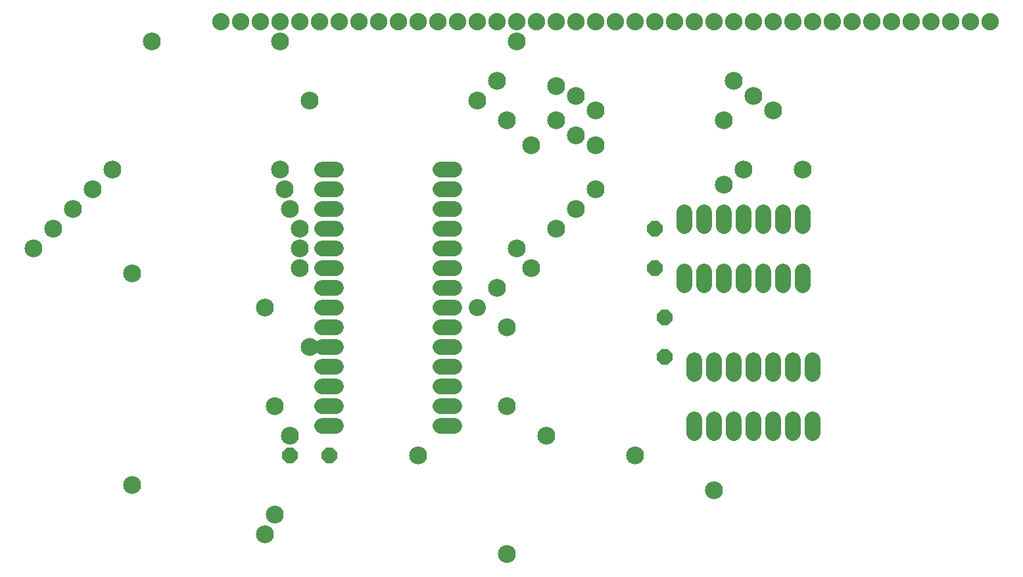
<source format=gbr>
G04 EAGLE Gerber RS-274X export*
G75*
%MOMM*%
%FSLAX34Y34*%
%LPD*%
%INSoldermask Top*%
%IPPOS*%
%AMOC8*
5,1,8,0,0,1.08239X$1,22.5*%
G01*
%ADD10C,2.032000*%
%ADD11C,2.235200*%
%ADD12P,2.199416X8X292.500000*%
%ADD13P,2.199416X8X112.500000*%
%ADD14P,2.199416X8X202.500000*%
%ADD15C,2.303200*%
%ADD16C,2.203200*%


D10*
X561594Y311150D02*
X543306Y311150D01*
X543306Y336550D02*
X561594Y336550D01*
X561594Y361950D02*
X543306Y361950D01*
X543306Y387350D02*
X561594Y387350D01*
X561594Y412750D02*
X543306Y412750D01*
X543306Y438150D02*
X561594Y438150D01*
X561594Y463550D02*
X543306Y463550D01*
X543306Y488950D02*
X561594Y488950D01*
X561594Y514350D02*
X543306Y514350D01*
X543306Y539750D02*
X561594Y539750D01*
X561594Y565150D02*
X543306Y565150D01*
X543306Y590550D02*
X561594Y590550D01*
X561594Y615950D02*
X543306Y615950D01*
X543306Y641350D02*
X561594Y641350D01*
X409194Y641350D02*
X390906Y641350D01*
X390906Y615950D02*
X409194Y615950D01*
X409194Y590550D02*
X390906Y590550D01*
X390906Y565150D02*
X409194Y565150D01*
X409194Y539750D02*
X390906Y539750D01*
X390906Y514350D02*
X409194Y514350D01*
X409194Y488950D02*
X390906Y488950D01*
X390906Y463550D02*
X409194Y463550D01*
X409194Y438150D02*
X390906Y438150D01*
X390906Y412750D02*
X409194Y412750D01*
X409194Y387350D02*
X390906Y387350D01*
X390906Y361950D02*
X409194Y361950D01*
X409194Y336550D02*
X390906Y336550D01*
X390906Y311150D02*
X409194Y311150D01*
X857250Y492506D02*
X857250Y510794D01*
X882650Y510794D02*
X882650Y492506D01*
X1009650Y492506D02*
X1009650Y510794D01*
X1009650Y568706D02*
X1009650Y586994D01*
X908050Y510794D02*
X908050Y492506D01*
X933450Y492506D02*
X933450Y510794D01*
X984250Y510794D02*
X984250Y492506D01*
X958850Y492506D02*
X958850Y510794D01*
X984250Y568706D02*
X984250Y586994D01*
X958850Y586994D02*
X958850Y568706D01*
X933450Y568706D02*
X933450Y586994D01*
X908050Y586994D02*
X908050Y568706D01*
X882650Y568706D02*
X882650Y586994D01*
X857250Y586994D02*
X857250Y568706D01*
X869950Y320294D02*
X869950Y302006D01*
X895350Y302006D02*
X895350Y320294D01*
X1022350Y320294D02*
X1022350Y302006D01*
X1022350Y378206D02*
X1022350Y396494D01*
X920750Y320294D02*
X920750Y302006D01*
X946150Y302006D02*
X946150Y320294D01*
X996950Y320294D02*
X996950Y302006D01*
X971550Y302006D02*
X971550Y320294D01*
X996950Y378206D02*
X996950Y396494D01*
X971550Y396494D02*
X971550Y378206D01*
X946150Y378206D02*
X946150Y396494D01*
X920750Y396494D02*
X920750Y378206D01*
X895350Y378206D02*
X895350Y396494D01*
X869950Y396494D02*
X869950Y378206D01*
D11*
X260350Y831850D03*
X285750Y831850D03*
X311150Y831850D03*
X336550Y831850D03*
X361950Y831850D03*
X387350Y831850D03*
X412750Y831850D03*
X438150Y831850D03*
X463550Y831850D03*
X488950Y831850D03*
X514350Y831850D03*
X539750Y831850D03*
X565150Y831850D03*
X590550Y831850D03*
X615950Y831850D03*
X641350Y831850D03*
X666750Y831850D03*
X692150Y831850D03*
X717550Y831850D03*
X742950Y831850D03*
X768350Y831850D03*
X793750Y831850D03*
X819150Y831850D03*
X844550Y831850D03*
X869950Y831850D03*
X895350Y831850D03*
X920750Y831850D03*
X946150Y831850D03*
X971550Y831850D03*
X996950Y831850D03*
X1022350Y831850D03*
X1047750Y831850D03*
X1073150Y831850D03*
X1098550Y831850D03*
X1123950Y831850D03*
X1149350Y831850D03*
X1174750Y831850D03*
X1200150Y831850D03*
X1225550Y831850D03*
X1250950Y831850D03*
D12*
X819150Y565150D03*
X819150Y514350D03*
D13*
X831850Y400050D03*
X831850Y450850D03*
D14*
X400050Y273050D03*
X349250Y273050D03*
D15*
X679450Y298450D03*
X349250Y298450D03*
X514350Y273050D03*
X793750Y273050D03*
X336550Y806450D03*
X628650Y336550D03*
X628650Y146050D03*
X171450Y806450D03*
X374650Y412750D03*
X374650Y730250D03*
X628650Y704850D03*
X628650Y438150D03*
D16*
X590550Y463550D03*
D15*
X590550Y730250D03*
X615950Y755650D03*
X615950Y488950D03*
X660400Y673100D03*
X660400Y514350D03*
X641350Y539750D03*
X641350Y806450D03*
X908050Y704850D03*
X908050Y622300D03*
X920750Y755650D03*
X692150Y565150D03*
X692150Y749300D03*
X692150Y704850D03*
X946150Y736600D03*
X717550Y590550D03*
X717550Y736600D03*
X717550Y685800D03*
X971550Y717550D03*
X742950Y615950D03*
X742950Y717550D03*
X742950Y673100D03*
X336550Y641350D03*
X120650Y641350D03*
X342900Y615950D03*
X95250Y615950D03*
X349250Y590550D03*
X69850Y590550D03*
X361950Y565150D03*
X44450Y565150D03*
X361950Y539750D03*
X19050Y539750D03*
X330200Y336550D03*
X330200Y196850D03*
X317500Y463550D03*
X933450Y641350D03*
X1009650Y641350D03*
X317500Y171450D03*
X361950Y514350D03*
X895350Y228600D03*
X146050Y234950D03*
X146050Y508000D03*
M02*

</source>
